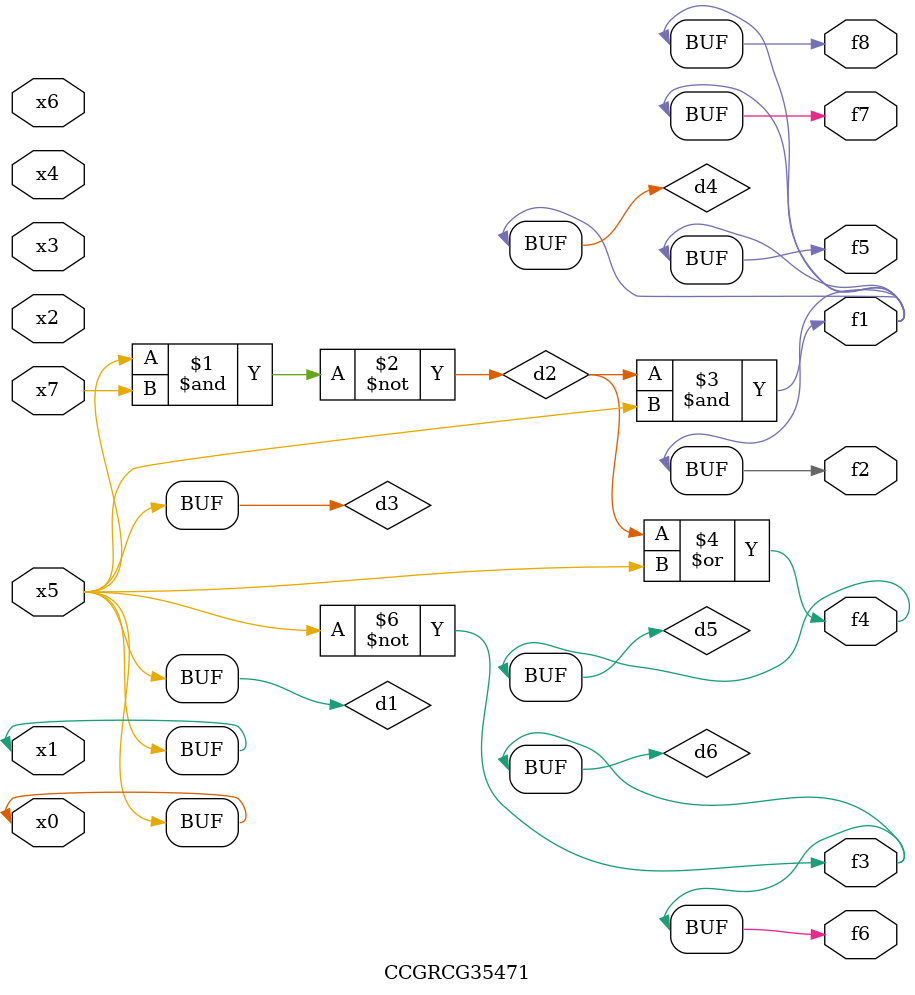
<source format=v>
module CCGRCG35471(
	input x0, x1, x2, x3, x4, x5, x6, x7,
	output f1, f2, f3, f4, f5, f6, f7, f8
);

	wire d1, d2, d3, d4, d5, d6;

	buf (d1, x0, x5);
	nand (d2, x5, x7);
	buf (d3, x0, x1);
	and (d4, d2, d3);
	or (d5, d2, d3);
	nor (d6, d1, d3);
	assign f1 = d4;
	assign f2 = d4;
	assign f3 = d6;
	assign f4 = d5;
	assign f5 = d4;
	assign f6 = d6;
	assign f7 = d4;
	assign f8 = d4;
endmodule

</source>
